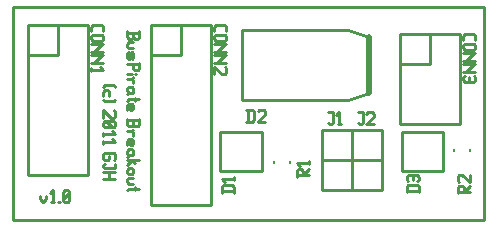
<source format=gbr>
G04 start of page 7 for group -4079 idx -4079 *
G04 Title: (unknown), topsilk *
G04 Creator: pcb 20091103 *
G04 CreationDate: Mon 11 Apr 2011 12:44:06 AM GMT UTC *
G04 For: gjhurlbu *
G04 Format: Gerber/RS-274X *
G04 PCB-Dimensions: 600000 500000 *
G04 PCB-Coordinate-Origin: lower left *
%MOIN*%
%FSLAX25Y25*%
%LNFRONTSILK*%
%ADD11C,0.0100*%
%ADD12C,0.0200*%
%ADD24C,0.0080*%
G54D11*X10000Y491000D02*Y420000D01*
X167000D01*
Y491000D01*
X10000D01*
X48000Y483000D02*Y481000D01*
X48500Y480500D01*
X49500D01*
X50000Y481000D02*X49500Y480500D01*
X50000Y482500D02*Y481000D01*
X48000Y482500D02*X52000D01*
Y483000D02*Y481000D01*
X51500Y480500D01*
X50500D02*X51500D01*
X50000Y481000D02*X50500Y480500D01*
X48500Y479299D02*X50000D01*
X48500D02*X48000Y478799D01*
Y477799D01*
X48500Y477299D01*
X50000D01*
X48000Y475598D02*Y474098D01*
X48500Y473598D01*
X49000Y474098D02*X48500Y473598D01*
X49000Y475598D02*Y474098D01*
X49500Y476098D02*X49000Y475598D01*
X49500Y476098D02*X50000Y475598D01*
Y474098D01*
X49500Y473598D01*
X48500Y476098D02*X48000Y475598D01*
Y471897D02*X52000D01*
Y472397D02*Y470397D01*
X51500Y469897D01*
X50500D02*X51500D01*
X50000Y470397D02*X50500Y469897D01*
X50000Y471897D02*Y470397D01*
X50500Y468696D02*X51000D01*
X48000D02*X49500D01*
X48000Y467195D02*X49500D01*
X50000Y466695D01*
Y465695D01*
Y467695D02*X49500Y467195D01*
X50000Y462994D02*X49500Y462494D01*
X50000Y463994D02*Y462994D01*
X49500Y464494D02*X50000Y463994D01*
X48500Y464494D02*X49500D01*
X48500D02*X48000Y463994D01*
X48500Y462494D02*X50000D01*
X48500D02*X48000Y461994D01*
Y463994D02*Y462994D01*
X48500Y462494D01*
Y460293D02*X52000D01*
X48500D02*X48000Y459793D01*
X50500Y460793D02*Y459793D01*
X48000Y458292D02*Y456792D01*
X48500Y458792D02*X48000Y458292D01*
X48500Y458792D02*X49500D01*
X50000Y458292D01*
Y457292D01*
X49500Y456792D01*
X49000Y458792D02*Y456792D01*
X49500D01*
X48000Y453791D02*Y451791D01*
X48500Y451291D01*
X49500D01*
X50000Y451791D02*X49500Y451291D01*
X50000Y453291D02*Y451791D01*
X48000Y453291D02*X52000D01*
Y453791D02*Y451791D01*
X51500Y451291D01*
X50500D02*X51500D01*
X50000Y451791D02*X50500Y451291D01*
X48000Y449590D02*X49500D01*
X50000Y449090D01*
Y448090D01*
Y450090D02*X49500Y449590D01*
X48000Y446389D02*Y444889D01*
X48500Y446889D02*X48000Y446389D01*
X48500Y446889D02*X49500D01*
X50000Y446389D01*
Y445389D01*
X49500Y444889D01*
X49000Y446889D02*Y444889D01*
X49500D01*
X50000Y442188D02*X49500Y441688D01*
X50000Y443188D02*Y442188D01*
X49500Y443688D02*X50000Y443188D01*
X48500Y443688D02*X49500D01*
X48500D02*X48000Y443188D01*
X48500Y441688D02*X50000D01*
X48500D02*X48000Y441188D01*
Y443188D02*Y442188D01*
X48500Y441688D01*
X48000Y439987D02*X52000D01*
X49500D02*X48000Y438487D01*
X49500Y439987D02*X50500Y438987D01*
X48500Y437286D02*X49500D01*
X50000Y436786D01*
Y435786D01*
X49500Y435286D01*
X48500D02*X49500D01*
X48000Y435786D02*X48500Y435286D01*
X48000Y436786D02*Y435786D01*
X48500Y437286D02*X48000Y436786D01*
X48500Y434085D02*X50000D01*
X48500D02*X48000Y433585D01*
Y432585D01*
X48500Y432085D01*
X50000D01*
X48500Y430384D02*X52000D01*
X48500D02*X48000Y429884D01*
X50500Y430884D02*Y429884D01*
X40500Y465000D02*X40000Y464500D01*
X43500Y465000D02*X44000Y464500D01*
X40500Y465000D02*X43500D01*
X42000Y462799D02*Y461299D01*
X41500Y463299D02*X42000Y462799D01*
X40500Y463299D02*X41500D01*
X40500D02*X40000Y462799D01*
Y461299D01*
X44000Y460098D02*X43500Y459598D01*
X40500D02*X43500D01*
X40000Y460098D02*X40500Y459598D01*
X43500Y456597D02*X44000Y456097D01*
Y454597D01*
X43500Y454097D01*
X42500D02*X43500D01*
X40000Y456597D02*X42500Y454097D01*
X40000Y456597D02*Y454097D01*
X40500Y452896D02*X40000Y452396D01*
X40500Y452896D02*X43500D01*
X44000Y452396D01*
Y451396D01*
X43500Y450896D01*
X40500D02*X43500D01*
X40000Y451396D02*X40500Y450896D01*
X40000Y452396D02*Y451396D01*
X41000Y452896D02*X43000Y450896D01*
X40000Y449195D02*Y448195D01*
Y448695D02*X44000D01*
X43000Y449695D02*X44000Y448695D01*
X40000Y446494D02*Y445494D01*
Y445994D02*X44000D01*
X43000Y446994D02*X44000Y445994D01*
Y440493D02*X43500Y439993D01*
X44000Y441993D02*Y440493D01*
X43500Y442493D02*X44000Y441993D01*
X40500Y442493D02*X43500D01*
X40500D02*X40000Y441993D01*
Y440493D01*
X40500Y439993D01*
X41500D01*
X42000Y440493D02*X41500Y439993D01*
X42000Y441493D02*Y440493D01*
X44000Y438792D02*Y437292D01*
X40500D02*X44000D01*
X40000Y437792D02*X40500Y437292D01*
X40000Y438292D02*Y437792D01*
X40500Y438792D02*X40000Y438292D01*
Y436091D02*X44000D01*
X40000Y433591D02*X44000D01*
X42000Y436091D02*Y433591D01*
X19000Y428000D02*Y427000D01*
X20000Y426000D01*
X21000Y427000D01*
Y428000D02*Y427000D01*
X22701Y426000D02*X23701D01*
X23201Y430000D02*Y426000D01*
X22201Y429000D02*X23201Y430000D01*
X24902Y426000D02*X25402D01*
X26603Y426500D02*X27103Y426000D01*
X26603Y429500D02*Y426500D01*
Y429500D02*X27103Y430000D01*
X28103D01*
X28603Y429500D01*
Y426500D01*
X28103Y426000D02*X28603Y426500D01*
X27103Y426000D02*X28103D01*
X26603Y427000D02*X28603Y429000D01*
X25000Y475000D02*Y485000D01*
X15000Y475000D02*X25000D01*
X35000Y485000D02*X15000D01*
X35000Y435000D02*Y485000D01*
X15000Y435000D02*X35000D01*
X15000Y485000D02*Y435000D01*
X56000Y485000D02*Y425000D01*
X76000D01*
Y485000D01*
X56000D01*
Y475000D02*X66000D01*
Y485000D01*
X79000Y449200D02*X92900D01*
X79000D02*Y436400D01*
X92900D01*
Y449200D02*Y436400D01*
G54D24*X96852Y439850D02*Y439064D01*
X102362Y439850D02*Y439064D01*
G54D12*X128600Y480900D02*Y462500D01*
G54D11*Y480900D02*X121400Y483500D01*
X86200D02*X121400D01*
X86200D02*Y459900D01*
X121400D01*
X128600Y462500D01*
X123000Y450000D02*Y430000D01*
X133000D01*
Y450000D02*Y430000D01*
X123000Y450000D02*X133000D01*
X123000Y440000D02*X133000D01*
Y450000D02*Y440000D01*
X113000Y450000D02*Y430000D01*
X123000D01*
Y450000D02*Y430000D01*
X113000Y450000D02*X123000D01*
X113000Y440000D02*X123000D01*
Y450000D02*Y440000D01*
X139400Y449300D02*X153300D01*
X139400D02*Y436500D01*
X153300D01*
Y449300D02*Y436500D01*
G54D24*X162362Y443850D02*Y443064D01*
X156852Y443850D02*Y443064D01*
G54D11*X149000Y472000D02*Y482000D01*
X139000Y472000D02*X149000D01*
X159000Y482000D02*X139000D01*
X159000Y452000D02*Y482000D01*
X139000Y452000D02*X159000D01*
X139000Y482000D02*Y452000D01*
X36000Y484500D02*Y483000D01*
X36500Y485000D02*X36000Y484500D01*
X36500Y485000D02*X39500D01*
X40000Y484500D01*
Y483000D01*
X36500Y481799D02*X39500D01*
X40000Y481299D01*
Y480299D01*
X39500Y479799D01*
X36500D02*X39500D01*
X36000Y480299D02*X36500Y479799D01*
X36000Y481299D02*Y480299D01*
X36500Y481799D02*X36000Y481299D01*
Y478598D02*X40000D01*
X39500D02*X40000D01*
X39500D02*X37000Y476098D01*
X36000D02*X40000D01*
X36000Y474897D02*X40000D01*
X39500D02*X40000D01*
X39500D02*X37000Y472397D01*
X36000D02*X40000D01*
X36000Y470696D02*Y469696D01*
Y470196D02*X40000D01*
X39000Y471196D02*X40000Y470196D01*
X77000Y484500D02*Y483000D01*
X77500Y485000D02*X77000Y484500D01*
X77500Y485000D02*X80500D01*
X81000Y484500D01*
Y483000D01*
X77500Y481799D02*X80500D01*
X81000Y481299D01*
Y480299D01*
X80500Y479799D01*
X77500D02*X80500D01*
X77000Y480299D02*X77500Y479799D01*
X77000Y481299D02*Y480299D01*
X77500Y481799D02*X77000Y481299D01*
Y478598D02*X81000D01*
X80500D02*X81000D01*
X80500D02*X78000Y476098D01*
X77000D02*X81000D01*
X77000Y474897D02*X81000D01*
X80500D02*X81000D01*
X80500D02*X78000Y472397D01*
X77000D02*X81000D01*
X80500Y471196D02*X81000Y470696D01*
Y469196D01*
X80500Y468696D01*
X79500D02*X80500D01*
X77000Y471196D02*X79500Y468696D01*
X77000Y471196D02*Y468696D01*
X79400Y429600D02*X83400D01*
X79400Y431100D02*X79900Y431600D01*
X82900D01*
X83400Y431100D02*X82900Y431600D01*
X83400Y431100D02*Y429100D01*
X79400Y431100D02*Y429100D01*
X83400Y434301D02*Y433301D01*
X79400Y433801D02*X83400D01*
X80400Y432801D02*X79400Y433801D01*
X104400Y436370D02*Y434370D01*
Y436370D02*X104900Y436870D01*
X105900D01*
X106400Y436370D02*X105900Y436870D01*
X106400Y436370D02*Y434870D01*
X104400D02*X108400D01*
X106400D02*X108400Y436870D01*
Y439571D02*Y438571D01*
X104400Y439071D02*X108400D01*
X105400Y438071D02*X104400Y439071D01*
X141200Y429700D02*X145200D01*
X141200Y431200D02*X141700Y431700D01*
X144700D01*
X145200Y431200D02*X144700Y431700D01*
X145200Y431200D02*Y429200D01*
X141200Y431200D02*Y429200D01*
X141700Y432901D02*X141200Y433401D01*
Y434401D02*Y433401D01*
Y434401D02*X141700Y434901D01*
X144700D01*
X145200Y434401D02*X144700Y434901D01*
X145200Y434401D02*Y433401D01*
X144700Y432901D02*X145200Y433401D01*
X143200Y434901D02*Y433401D01*
X158201Y430967D02*Y428967D01*
Y430967D02*X158701Y431467D01*
X159701D01*
X160201Y430967D02*X159701Y431467D01*
X160201Y430967D02*Y429467D01*
X158201D02*X162201D01*
X160201D02*X162201Y431467D01*
X158701Y432668D02*X158201Y433168D01*
Y434668D02*Y433168D01*
Y434668D02*X158701Y435168D01*
X159701D01*
X162201Y432668D02*X159701Y435168D01*
X162201D02*Y432668D01*
X88200Y456800D02*Y452800D01*
X89700Y456800D02*X90200Y456300D01*
Y453300D01*
X89700Y452800D02*X90200Y453300D01*
X87700Y452800D02*X89700D01*
X87700Y456800D02*X89700D01*
X91401Y456300D02*X91901Y456800D01*
X93401D01*
X93901Y456300D01*
Y455300D01*
X91401Y452800D02*X93901Y455300D01*
X91401Y452800D02*X93901D01*
X125000Y456000D02*X126500D01*
Y452500D01*
X126000Y452000D02*X126500Y452500D01*
X125500Y452000D02*X126000D01*
X125000Y452500D02*X125500Y452000D01*
X127701Y455500D02*X128201Y456000D01*
X129701D01*
X130201Y455500D01*
Y454500D01*
X127701Y452000D02*X130201Y454500D01*
X127701Y452000D02*X130201D01*
X115000Y456000D02*X116500D01*
Y452500D01*
X116000Y452000D02*X116500Y452500D01*
X115500Y452000D02*X116000D01*
X115000Y452500D02*X115500Y452000D01*
X118201D02*X119201D01*
X118701Y456000D02*Y452000D01*
X117701Y455000D02*X118701Y456000D01*
X160000Y481500D02*Y480000D01*
X160500Y482000D02*X160000Y481500D01*
X160500Y482000D02*X163500D01*
X164000Y481500D01*
Y480000D01*
X160500Y478799D02*X163500D01*
X164000Y478299D01*
Y477299D01*
X163500Y476799D01*
X160500D02*X163500D01*
X160000Y477299D02*X160500Y476799D01*
X160000Y478299D02*Y477299D01*
X160500Y478799D02*X160000Y478299D01*
Y475598D02*X164000D01*
X163500D02*X164000D01*
X163500D02*X161000Y473098D01*
X160000D02*X164000D01*
X160000Y471897D02*X164000D01*
X163500D02*X164000D01*
X163500D02*X161000Y469397D01*
X160000D02*X164000D01*
X163500Y468196D02*X164000Y467696D01*
Y466696D01*
X163500Y466196D01*
X160500D02*X163500D01*
X160000Y466696D02*X160500Y466196D01*
X160000Y467696D02*Y466696D01*
X160500Y468196D02*X160000Y467696D01*
X162000D02*Y466196D01*
M02*

</source>
